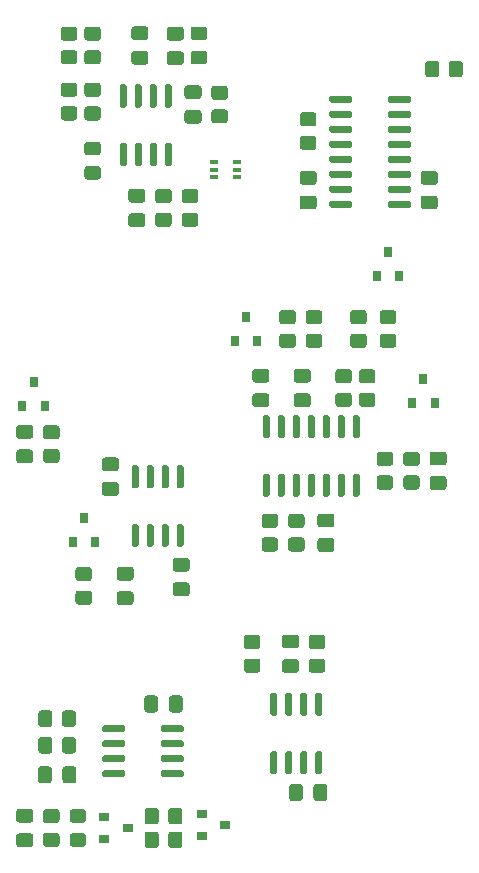
<source format=gbr>
%TF.GenerationSoftware,KiCad,Pcbnew,5.1.8*%
%TF.CreationDate,2020-12-05T20:58:01+00:00*%
%TF.ProjectId,oscillator_prototype,6f736369-6c6c-4617-946f-725f70726f74,rev?*%
%TF.SameCoordinates,Original*%
%TF.FileFunction,Paste,Top*%
%TF.FilePolarity,Positive*%
%FSLAX46Y46*%
G04 Gerber Fmt 4.6, Leading zero omitted, Abs format (unit mm)*
G04 Created by KiCad (PCBNEW 5.1.8) date 2020-12-05 20:58:01*
%MOMM*%
%LPD*%
G01*
G04 APERTURE LIST*
%ADD10R,0.800000X0.900000*%
%ADD11R,0.650000X0.400000*%
%ADD12R,0.900000X0.800000*%
G04 APERTURE END LIST*
%TO.C,C12*%
G36*
G01*
X122275000Y-89875000D02*
X123225000Y-89875000D01*
G75*
G02*
X123475000Y-90125000I0J-250000D01*
G01*
X123475000Y-90800000D01*
G75*
G02*
X123225000Y-91050000I-250000J0D01*
G01*
X122275000Y-91050000D01*
G75*
G02*
X122025000Y-90800000I0J250000D01*
G01*
X122025000Y-90125000D01*
G75*
G02*
X122275000Y-89875000I250000J0D01*
G01*
G37*
G36*
G01*
X122275000Y-91950000D02*
X123225000Y-91950000D01*
G75*
G02*
X123475000Y-92200000I0J-250000D01*
G01*
X123475000Y-92875000D01*
G75*
G02*
X123225000Y-93125000I-250000J0D01*
G01*
X122275000Y-93125000D01*
G75*
G02*
X122025000Y-92875000I0J250000D01*
G01*
X122025000Y-92200000D01*
G75*
G02*
X122275000Y-91950000I250000J0D01*
G01*
G37*
%TD*%
%TO.C,R28*%
G36*
G01*
X130450001Y-87850000D02*
X129549999Y-87850000D01*
G75*
G02*
X129300000Y-87600001I0J249999D01*
G01*
X129300000Y-86899999D01*
G75*
G02*
X129549999Y-86650000I249999J0D01*
G01*
X130450001Y-86650000D01*
G75*
G02*
X130700000Y-86899999I0J-249999D01*
G01*
X130700000Y-87600001D01*
G75*
G02*
X130450001Y-87850000I-249999J0D01*
G01*
G37*
G36*
G01*
X130450001Y-85850000D02*
X129549999Y-85850000D01*
G75*
G02*
X129300000Y-85600001I0J249999D01*
G01*
X129300000Y-84899999D01*
G75*
G02*
X129549999Y-84650000I249999J0D01*
G01*
X130450001Y-84650000D01*
G75*
G02*
X130700000Y-84899999I0J-249999D01*
G01*
X130700000Y-85600001D01*
G75*
G02*
X130450001Y-85850000I-249999J0D01*
G01*
G37*
%TD*%
%TO.C,R32*%
G36*
G01*
X101799999Y-94400000D02*
X102700001Y-94400000D01*
G75*
G02*
X102950000Y-94649999I0J-249999D01*
G01*
X102950000Y-95350001D01*
G75*
G02*
X102700001Y-95600000I-249999J0D01*
G01*
X101799999Y-95600000D01*
G75*
G02*
X101550000Y-95350001I0J249999D01*
G01*
X101550000Y-94649999D01*
G75*
G02*
X101799999Y-94400000I249999J0D01*
G01*
G37*
G36*
G01*
X101799999Y-96400000D02*
X102700001Y-96400000D01*
G75*
G02*
X102950000Y-96649999I0J-249999D01*
G01*
X102950000Y-97350001D01*
G75*
G02*
X102700001Y-97600000I-249999J0D01*
G01*
X101799999Y-97600000D01*
G75*
G02*
X101550000Y-97350001I0J249999D01*
G01*
X101550000Y-96649999D01*
G75*
G02*
X101799999Y-96400000I249999J0D01*
G01*
G37*
%TD*%
D10*
%TO.C,U5*%
X98000000Y-78750000D03*
X98950000Y-80750000D03*
X97050000Y-80750000D03*
%TD*%
%TO.C,U6*%
G36*
G01*
X118495000Y-111950000D02*
X118195000Y-111950000D01*
G75*
G02*
X118045000Y-111800000I0J150000D01*
G01*
X118045000Y-110150000D01*
G75*
G02*
X118195000Y-110000000I150000J0D01*
G01*
X118495000Y-110000000D01*
G75*
G02*
X118645000Y-110150000I0J-150000D01*
G01*
X118645000Y-111800000D01*
G75*
G02*
X118495000Y-111950000I-150000J0D01*
G01*
G37*
G36*
G01*
X119765000Y-111950000D02*
X119465000Y-111950000D01*
G75*
G02*
X119315000Y-111800000I0J150000D01*
G01*
X119315000Y-110150000D01*
G75*
G02*
X119465000Y-110000000I150000J0D01*
G01*
X119765000Y-110000000D01*
G75*
G02*
X119915000Y-110150000I0J-150000D01*
G01*
X119915000Y-111800000D01*
G75*
G02*
X119765000Y-111950000I-150000J0D01*
G01*
G37*
G36*
G01*
X121035000Y-111950000D02*
X120735000Y-111950000D01*
G75*
G02*
X120585000Y-111800000I0J150000D01*
G01*
X120585000Y-110150000D01*
G75*
G02*
X120735000Y-110000000I150000J0D01*
G01*
X121035000Y-110000000D01*
G75*
G02*
X121185000Y-110150000I0J-150000D01*
G01*
X121185000Y-111800000D01*
G75*
G02*
X121035000Y-111950000I-150000J0D01*
G01*
G37*
G36*
G01*
X122305000Y-111950000D02*
X122005000Y-111950000D01*
G75*
G02*
X121855000Y-111800000I0J150000D01*
G01*
X121855000Y-110150000D01*
G75*
G02*
X122005000Y-110000000I150000J0D01*
G01*
X122305000Y-110000000D01*
G75*
G02*
X122455000Y-110150000I0J-150000D01*
G01*
X122455000Y-111800000D01*
G75*
G02*
X122305000Y-111950000I-150000J0D01*
G01*
G37*
G36*
G01*
X122305000Y-107000000D02*
X122005000Y-107000000D01*
G75*
G02*
X121855000Y-106850000I0J150000D01*
G01*
X121855000Y-105200000D01*
G75*
G02*
X122005000Y-105050000I150000J0D01*
G01*
X122305000Y-105050000D01*
G75*
G02*
X122455000Y-105200000I0J-150000D01*
G01*
X122455000Y-106850000D01*
G75*
G02*
X122305000Y-107000000I-150000J0D01*
G01*
G37*
G36*
G01*
X121035000Y-107000000D02*
X120735000Y-107000000D01*
G75*
G02*
X120585000Y-106850000I0J150000D01*
G01*
X120585000Y-105200000D01*
G75*
G02*
X120735000Y-105050000I150000J0D01*
G01*
X121035000Y-105050000D01*
G75*
G02*
X121185000Y-105200000I0J-150000D01*
G01*
X121185000Y-106850000D01*
G75*
G02*
X121035000Y-107000000I-150000J0D01*
G01*
G37*
G36*
G01*
X119765000Y-107000000D02*
X119465000Y-107000000D01*
G75*
G02*
X119315000Y-106850000I0J150000D01*
G01*
X119315000Y-105200000D01*
G75*
G02*
X119465000Y-105050000I150000J0D01*
G01*
X119765000Y-105050000D01*
G75*
G02*
X119915000Y-105200000I0J-150000D01*
G01*
X119915000Y-106850000D01*
G75*
G02*
X119765000Y-107000000I-150000J0D01*
G01*
G37*
G36*
G01*
X118495000Y-107000000D02*
X118195000Y-107000000D01*
G75*
G02*
X118045000Y-106850000I0J150000D01*
G01*
X118045000Y-105200000D01*
G75*
G02*
X118195000Y-105050000I150000J0D01*
G01*
X118495000Y-105050000D01*
G75*
G02*
X118645000Y-105200000I0J-150000D01*
G01*
X118645000Y-106850000D01*
G75*
G02*
X118495000Y-107000000I-150000J0D01*
G01*
G37*
%TD*%
%TO.C,C17*%
G36*
G01*
X106225000Y-95550000D02*
X105275000Y-95550000D01*
G75*
G02*
X105025000Y-95300000I0J250000D01*
G01*
X105025000Y-94625000D01*
G75*
G02*
X105275000Y-94375000I250000J0D01*
G01*
X106225000Y-94375000D01*
G75*
G02*
X106475000Y-94625000I0J-250000D01*
G01*
X106475000Y-95300000D01*
G75*
G02*
X106225000Y-95550000I-250000J0D01*
G01*
G37*
G36*
G01*
X106225000Y-97625000D02*
X105275000Y-97625000D01*
G75*
G02*
X105025000Y-97375000I0J250000D01*
G01*
X105025000Y-96700000D01*
G75*
G02*
X105275000Y-96450000I250000J0D01*
G01*
X106225000Y-96450000D01*
G75*
G02*
X106475000Y-96700000I0J-250000D01*
G01*
X106475000Y-97375000D01*
G75*
G02*
X106225000Y-97625000I-250000J0D01*
G01*
G37*
%TD*%
%TO.C,R17*%
G36*
G01*
X99049999Y-84400000D02*
X99950001Y-84400000D01*
G75*
G02*
X100200000Y-84649999I0J-249999D01*
G01*
X100200000Y-85350001D01*
G75*
G02*
X99950001Y-85600000I-249999J0D01*
G01*
X99049999Y-85600000D01*
G75*
G02*
X98800000Y-85350001I0J249999D01*
G01*
X98800000Y-84649999D01*
G75*
G02*
X99049999Y-84400000I249999J0D01*
G01*
G37*
G36*
G01*
X99049999Y-82400000D02*
X99950001Y-82400000D01*
G75*
G02*
X100200000Y-82649999I0J-249999D01*
G01*
X100200000Y-83350001D01*
G75*
G02*
X99950001Y-83600000I-249999J0D01*
G01*
X99049999Y-83600000D01*
G75*
G02*
X98800000Y-83350001I0J249999D01*
G01*
X98800000Y-82649999D01*
G75*
G02*
X99049999Y-82400000I249999J0D01*
G01*
G37*
%TD*%
%TO.C,R6*%
G36*
G01*
X103450001Y-49850000D02*
X102549999Y-49850000D01*
G75*
G02*
X102300000Y-49600001I0J249999D01*
G01*
X102300000Y-48899999D01*
G75*
G02*
X102549999Y-48650000I249999J0D01*
G01*
X103450001Y-48650000D01*
G75*
G02*
X103700000Y-48899999I0J-249999D01*
G01*
X103700000Y-49600001D01*
G75*
G02*
X103450001Y-49850000I-249999J0D01*
G01*
G37*
G36*
G01*
X103450001Y-51850000D02*
X102549999Y-51850000D01*
G75*
G02*
X102300000Y-51600001I0J249999D01*
G01*
X102300000Y-50899999D01*
G75*
G02*
X102549999Y-50650000I249999J0D01*
G01*
X103450001Y-50650000D01*
G75*
G02*
X103700000Y-50899999I0J-249999D01*
G01*
X103700000Y-51600001D01*
G75*
G02*
X103450001Y-51850000I-249999J0D01*
G01*
G37*
%TD*%
%TO.C,U10*%
X130050000Y-80500000D03*
X131950000Y-80500000D03*
X131000000Y-78500000D03*
%TD*%
%TO.C,U11*%
X101300000Y-92250000D03*
X103200000Y-92250000D03*
X102250000Y-90250000D03*
%TD*%
%TO.C,C16*%
G36*
G01*
X132725000Y-87875000D02*
X131775000Y-87875000D01*
G75*
G02*
X131525000Y-87625000I0J250000D01*
G01*
X131525000Y-86950000D01*
G75*
G02*
X131775000Y-86700000I250000J0D01*
G01*
X132725000Y-86700000D01*
G75*
G02*
X132975000Y-86950000I0J-250000D01*
G01*
X132975000Y-87625000D01*
G75*
G02*
X132725000Y-87875000I-250000J0D01*
G01*
G37*
G36*
G01*
X132725000Y-85800000D02*
X131775000Y-85800000D01*
G75*
G02*
X131525000Y-85550000I0J250000D01*
G01*
X131525000Y-84875000D01*
G75*
G02*
X131775000Y-84625000I250000J0D01*
G01*
X132725000Y-84625000D01*
G75*
G02*
X132975000Y-84875000I0J-250000D01*
G01*
X132975000Y-85550000D01*
G75*
G02*
X132725000Y-85800000I-250000J0D01*
G01*
G37*
%TD*%
%TO.C,R2*%
G36*
G01*
X125799999Y-79650000D02*
X126700001Y-79650000D01*
G75*
G02*
X126950000Y-79899999I0J-249999D01*
G01*
X126950000Y-80600001D01*
G75*
G02*
X126700001Y-80850000I-249999J0D01*
G01*
X125799999Y-80850000D01*
G75*
G02*
X125550000Y-80600001I0J249999D01*
G01*
X125550000Y-79899999D01*
G75*
G02*
X125799999Y-79650000I249999J0D01*
G01*
G37*
G36*
G01*
X125799999Y-77650000D02*
X126700001Y-77650000D01*
G75*
G02*
X126950000Y-77899999I0J-249999D01*
G01*
X126950000Y-78600001D01*
G75*
G02*
X126700001Y-78850000I-249999J0D01*
G01*
X125799999Y-78850000D01*
G75*
G02*
X125550000Y-78600001I0J249999D01*
G01*
X125550000Y-77899999D01*
G75*
G02*
X125799999Y-77650000I249999J0D01*
G01*
G37*
%TD*%
%TO.C,C7*%
G36*
G01*
X96775000Y-84450000D02*
X97725000Y-84450000D01*
G75*
G02*
X97975000Y-84700000I0J-250000D01*
G01*
X97975000Y-85375000D01*
G75*
G02*
X97725000Y-85625000I-250000J0D01*
G01*
X96775000Y-85625000D01*
G75*
G02*
X96525000Y-85375000I0J250000D01*
G01*
X96525000Y-84700000D01*
G75*
G02*
X96775000Y-84450000I250000J0D01*
G01*
G37*
G36*
G01*
X96775000Y-82375000D02*
X97725000Y-82375000D01*
G75*
G02*
X97975000Y-82625000I0J-250000D01*
G01*
X97975000Y-83300000D01*
G75*
G02*
X97725000Y-83550000I-250000J0D01*
G01*
X96775000Y-83550000D01*
G75*
G02*
X96525000Y-83300000I0J250000D01*
G01*
X96525000Y-82625000D01*
G75*
G02*
X96775000Y-82375000I250000J0D01*
G01*
G37*
%TD*%
%TO.C,C19*%
G36*
G01*
X100450000Y-112475000D02*
X100450000Y-111525000D01*
G75*
G02*
X100700000Y-111275000I250000J0D01*
G01*
X101375000Y-111275000D01*
G75*
G02*
X101625000Y-111525000I0J-250000D01*
G01*
X101625000Y-112475000D01*
G75*
G02*
X101375000Y-112725000I-250000J0D01*
G01*
X100700000Y-112725000D01*
G75*
G02*
X100450000Y-112475000I0J250000D01*
G01*
G37*
G36*
G01*
X98375000Y-112475000D02*
X98375000Y-111525000D01*
G75*
G02*
X98625000Y-111275000I250000J0D01*
G01*
X99300000Y-111275000D01*
G75*
G02*
X99550000Y-111525000I0J-250000D01*
G01*
X99550000Y-112475000D01*
G75*
G02*
X99300000Y-112725000I-250000J0D01*
G01*
X98625000Y-112725000D01*
G75*
G02*
X98375000Y-112475000I0J250000D01*
G01*
G37*
%TD*%
%TO.C,C1*%
G36*
G01*
X106525000Y-48625000D02*
X107475000Y-48625000D01*
G75*
G02*
X107725000Y-48875000I0J-250000D01*
G01*
X107725000Y-49550000D01*
G75*
G02*
X107475000Y-49800000I-250000J0D01*
G01*
X106525000Y-49800000D01*
G75*
G02*
X106275000Y-49550000I0J250000D01*
G01*
X106275000Y-48875000D01*
G75*
G02*
X106525000Y-48625000I250000J0D01*
G01*
G37*
G36*
G01*
X106525000Y-50700000D02*
X107475000Y-50700000D01*
G75*
G02*
X107725000Y-50950000I0J-250000D01*
G01*
X107725000Y-51625000D01*
G75*
G02*
X107475000Y-51875000I-250000J0D01*
G01*
X106525000Y-51875000D01*
G75*
G02*
X106275000Y-51625000I0J250000D01*
G01*
X106275000Y-50950000D01*
G75*
G02*
X106525000Y-50700000I250000J0D01*
G01*
G37*
%TD*%
%TO.C,U1*%
G36*
G01*
X105745000Y-60450000D02*
X105445000Y-60450000D01*
G75*
G02*
X105295000Y-60300000I0J150000D01*
G01*
X105295000Y-58650000D01*
G75*
G02*
X105445000Y-58500000I150000J0D01*
G01*
X105745000Y-58500000D01*
G75*
G02*
X105895000Y-58650000I0J-150000D01*
G01*
X105895000Y-60300000D01*
G75*
G02*
X105745000Y-60450000I-150000J0D01*
G01*
G37*
G36*
G01*
X107015000Y-60450000D02*
X106715000Y-60450000D01*
G75*
G02*
X106565000Y-60300000I0J150000D01*
G01*
X106565000Y-58650000D01*
G75*
G02*
X106715000Y-58500000I150000J0D01*
G01*
X107015000Y-58500000D01*
G75*
G02*
X107165000Y-58650000I0J-150000D01*
G01*
X107165000Y-60300000D01*
G75*
G02*
X107015000Y-60450000I-150000J0D01*
G01*
G37*
G36*
G01*
X108285000Y-60450000D02*
X107985000Y-60450000D01*
G75*
G02*
X107835000Y-60300000I0J150000D01*
G01*
X107835000Y-58650000D01*
G75*
G02*
X107985000Y-58500000I150000J0D01*
G01*
X108285000Y-58500000D01*
G75*
G02*
X108435000Y-58650000I0J-150000D01*
G01*
X108435000Y-60300000D01*
G75*
G02*
X108285000Y-60450000I-150000J0D01*
G01*
G37*
G36*
G01*
X109555000Y-60450000D02*
X109255000Y-60450000D01*
G75*
G02*
X109105000Y-60300000I0J150000D01*
G01*
X109105000Y-58650000D01*
G75*
G02*
X109255000Y-58500000I150000J0D01*
G01*
X109555000Y-58500000D01*
G75*
G02*
X109705000Y-58650000I0J-150000D01*
G01*
X109705000Y-60300000D01*
G75*
G02*
X109555000Y-60450000I-150000J0D01*
G01*
G37*
G36*
G01*
X109555000Y-55500000D02*
X109255000Y-55500000D01*
G75*
G02*
X109105000Y-55350000I0J150000D01*
G01*
X109105000Y-53700000D01*
G75*
G02*
X109255000Y-53550000I150000J0D01*
G01*
X109555000Y-53550000D01*
G75*
G02*
X109705000Y-53700000I0J-150000D01*
G01*
X109705000Y-55350000D01*
G75*
G02*
X109555000Y-55500000I-150000J0D01*
G01*
G37*
G36*
G01*
X108285000Y-55500000D02*
X107985000Y-55500000D01*
G75*
G02*
X107835000Y-55350000I0J150000D01*
G01*
X107835000Y-53700000D01*
G75*
G02*
X107985000Y-53550000I150000J0D01*
G01*
X108285000Y-53550000D01*
G75*
G02*
X108435000Y-53700000I0J-150000D01*
G01*
X108435000Y-55350000D01*
G75*
G02*
X108285000Y-55500000I-150000J0D01*
G01*
G37*
G36*
G01*
X107015000Y-55500000D02*
X106715000Y-55500000D01*
G75*
G02*
X106565000Y-55350000I0J150000D01*
G01*
X106565000Y-53700000D01*
G75*
G02*
X106715000Y-53550000I150000J0D01*
G01*
X107015000Y-53550000D01*
G75*
G02*
X107165000Y-53700000I0J-150000D01*
G01*
X107165000Y-55350000D01*
G75*
G02*
X107015000Y-55500000I-150000J0D01*
G01*
G37*
G36*
G01*
X105745000Y-55500000D02*
X105445000Y-55500000D01*
G75*
G02*
X105295000Y-55350000I0J150000D01*
G01*
X105295000Y-53700000D01*
G75*
G02*
X105445000Y-53550000I150000J0D01*
G01*
X105745000Y-53550000D01*
G75*
G02*
X105895000Y-53700000I0J-150000D01*
G01*
X105895000Y-55350000D01*
G75*
G02*
X105745000Y-55500000I-150000J0D01*
G01*
G37*
%TD*%
%TO.C,C6*%
G36*
G01*
X110475000Y-49837500D02*
X109525000Y-49837500D01*
G75*
G02*
X109275000Y-49587500I0J250000D01*
G01*
X109275000Y-48912500D01*
G75*
G02*
X109525000Y-48662500I250000J0D01*
G01*
X110475000Y-48662500D01*
G75*
G02*
X110725000Y-48912500I0J-250000D01*
G01*
X110725000Y-49587500D01*
G75*
G02*
X110475000Y-49837500I-250000J0D01*
G01*
G37*
G36*
G01*
X110475000Y-51912500D02*
X109525000Y-51912500D01*
G75*
G02*
X109275000Y-51662500I0J250000D01*
G01*
X109275000Y-50987500D01*
G75*
G02*
X109525000Y-50737500I250000J0D01*
G01*
X110475000Y-50737500D01*
G75*
G02*
X110725000Y-50987500I0J-250000D01*
G01*
X110725000Y-51662500D01*
G75*
G02*
X110475000Y-51912500I-250000J0D01*
G01*
G37*
%TD*%
%TO.C,C15*%
G36*
G01*
X107225000Y-65625000D02*
X106275000Y-65625000D01*
G75*
G02*
X106025000Y-65375000I0J250000D01*
G01*
X106025000Y-64700000D01*
G75*
G02*
X106275000Y-64450000I250000J0D01*
G01*
X107225000Y-64450000D01*
G75*
G02*
X107475000Y-64700000I0J-250000D01*
G01*
X107475000Y-65375000D01*
G75*
G02*
X107225000Y-65625000I-250000J0D01*
G01*
G37*
G36*
G01*
X107225000Y-63550000D02*
X106275000Y-63550000D01*
G75*
G02*
X106025000Y-63300000I0J250000D01*
G01*
X106025000Y-62625000D01*
G75*
G02*
X106275000Y-62375000I250000J0D01*
G01*
X107225000Y-62375000D01*
G75*
G02*
X107475000Y-62625000I0J-250000D01*
G01*
X107475000Y-63300000D01*
G75*
G02*
X107225000Y-63550000I-250000J0D01*
G01*
G37*
%TD*%
%TO.C,R29*%
G36*
G01*
X103450001Y-54600000D02*
X102549999Y-54600000D01*
G75*
G02*
X102300000Y-54350001I0J249999D01*
G01*
X102300000Y-53649999D01*
G75*
G02*
X102549999Y-53400000I249999J0D01*
G01*
X103450001Y-53400000D01*
G75*
G02*
X103700000Y-53649999I0J-249999D01*
G01*
X103700000Y-54350001D01*
G75*
G02*
X103450001Y-54600000I-249999J0D01*
G01*
G37*
G36*
G01*
X103450001Y-56600000D02*
X102549999Y-56600000D01*
G75*
G02*
X102300000Y-56350001I0J249999D01*
G01*
X102300000Y-55649999D01*
G75*
G02*
X102549999Y-55400000I249999J0D01*
G01*
X103450001Y-55400000D01*
G75*
G02*
X103700000Y-55649999I0J-249999D01*
G01*
X103700000Y-56350001D01*
G75*
G02*
X103450001Y-56600000I-249999J0D01*
G01*
G37*
%TD*%
%TO.C,R25*%
G36*
G01*
X99950001Y-116100000D02*
X99049999Y-116100000D01*
G75*
G02*
X98800000Y-115850001I0J249999D01*
G01*
X98800000Y-115149999D01*
G75*
G02*
X99049999Y-114900000I249999J0D01*
G01*
X99950001Y-114900000D01*
G75*
G02*
X100200000Y-115149999I0J-249999D01*
G01*
X100200000Y-115850001D01*
G75*
G02*
X99950001Y-116100000I-249999J0D01*
G01*
G37*
G36*
G01*
X99950001Y-118100000D02*
X99049999Y-118100000D01*
G75*
G02*
X98800000Y-117850001I0J249999D01*
G01*
X98800000Y-117149999D01*
G75*
G02*
X99049999Y-116900000I249999J0D01*
G01*
X99950001Y-116900000D01*
G75*
G02*
X100200000Y-117149999I0J-249999D01*
G01*
X100200000Y-117850001D01*
G75*
G02*
X99950001Y-118100000I-249999J0D01*
G01*
G37*
%TD*%
%TO.C,R3*%
G36*
G01*
X101450001Y-49850000D02*
X100549999Y-49850000D01*
G75*
G02*
X100300000Y-49600001I0J249999D01*
G01*
X100300000Y-48899999D01*
G75*
G02*
X100549999Y-48650000I249999J0D01*
G01*
X101450001Y-48650000D01*
G75*
G02*
X101700000Y-48899999I0J-249999D01*
G01*
X101700000Y-49600001D01*
G75*
G02*
X101450001Y-49850000I-249999J0D01*
G01*
G37*
G36*
G01*
X101450001Y-51850000D02*
X100549999Y-51850000D01*
G75*
G02*
X100300000Y-51600001I0J249999D01*
G01*
X100300000Y-50899999D01*
G75*
G02*
X100549999Y-50650000I249999J0D01*
G01*
X101450001Y-50650000D01*
G75*
G02*
X101700000Y-50899999I0J-249999D01*
G01*
X101700000Y-51600001D01*
G75*
G02*
X101450001Y-51850000I-249999J0D01*
G01*
G37*
%TD*%
%TO.C,R7*%
G36*
G01*
X125950001Y-73850000D02*
X125049999Y-73850000D01*
G75*
G02*
X124800000Y-73600001I0J249999D01*
G01*
X124800000Y-72899999D01*
G75*
G02*
X125049999Y-72650000I249999J0D01*
G01*
X125950001Y-72650000D01*
G75*
G02*
X126200000Y-72899999I0J-249999D01*
G01*
X126200000Y-73600001D01*
G75*
G02*
X125950001Y-73850000I-249999J0D01*
G01*
G37*
G36*
G01*
X125950001Y-75850000D02*
X125049999Y-75850000D01*
G75*
G02*
X124800000Y-75600001I0J249999D01*
G01*
X124800000Y-74899999D01*
G75*
G02*
X125049999Y-74650000I249999J0D01*
G01*
X125950001Y-74650000D01*
G75*
G02*
X126200000Y-74899999I0J-249999D01*
G01*
X126200000Y-75600001D01*
G75*
G02*
X125950001Y-75850000I-249999J0D01*
G01*
G37*
%TD*%
%TO.C,D3*%
G36*
G01*
X103450001Y-61600000D02*
X102549999Y-61600000D01*
G75*
G02*
X102300000Y-61350001I0J249999D01*
G01*
X102300000Y-60699999D01*
G75*
G02*
X102549999Y-60450000I249999J0D01*
G01*
X103450001Y-60450000D01*
G75*
G02*
X103700000Y-60699999I0J-249999D01*
G01*
X103700000Y-61350001D01*
G75*
G02*
X103450001Y-61600000I-249999J0D01*
G01*
G37*
G36*
G01*
X103450001Y-59550000D02*
X102549999Y-59550000D01*
G75*
G02*
X102300000Y-59300001I0J249999D01*
G01*
X102300000Y-58649999D01*
G75*
G02*
X102549999Y-58400000I249999J0D01*
G01*
X103450001Y-58400000D01*
G75*
G02*
X103700000Y-58649999I0J-249999D01*
G01*
X103700000Y-59300001D01*
G75*
G02*
X103450001Y-59550000I-249999J0D01*
G01*
G37*
%TD*%
%TO.C,R16*%
G36*
G01*
X119799999Y-89900000D02*
X120700001Y-89900000D01*
G75*
G02*
X120950000Y-90149999I0J-249999D01*
G01*
X120950000Y-90850001D01*
G75*
G02*
X120700001Y-91100000I-249999J0D01*
G01*
X119799999Y-91100000D01*
G75*
G02*
X119550000Y-90850001I0J249999D01*
G01*
X119550000Y-90149999D01*
G75*
G02*
X119799999Y-89900000I249999J0D01*
G01*
G37*
G36*
G01*
X119799999Y-91900000D02*
X120700001Y-91900000D01*
G75*
G02*
X120950000Y-92149999I0J-249999D01*
G01*
X120950000Y-92850001D01*
G75*
G02*
X120700001Y-93100000I-249999J0D01*
G01*
X119799999Y-93100000D01*
G75*
G02*
X119550000Y-92850001I0J249999D01*
G01*
X119550000Y-92149999D01*
G75*
G02*
X119799999Y-91900000I249999J0D01*
G01*
G37*
%TD*%
%TO.C,C20*%
G36*
G01*
X119275000Y-102200000D02*
X120225000Y-102200000D01*
G75*
G02*
X120475000Y-102450000I0J-250000D01*
G01*
X120475000Y-103125000D01*
G75*
G02*
X120225000Y-103375000I-250000J0D01*
G01*
X119275000Y-103375000D01*
G75*
G02*
X119025000Y-103125000I0J250000D01*
G01*
X119025000Y-102450000D01*
G75*
G02*
X119275000Y-102200000I250000J0D01*
G01*
G37*
G36*
G01*
X119275000Y-100125000D02*
X120225000Y-100125000D01*
G75*
G02*
X120475000Y-100375000I0J-250000D01*
G01*
X120475000Y-101050000D01*
G75*
G02*
X120225000Y-101300000I-250000J0D01*
G01*
X119275000Y-101300000D01*
G75*
G02*
X119025000Y-101050000I0J250000D01*
G01*
X119025000Y-100375000D01*
G75*
G02*
X119275000Y-100125000I250000J0D01*
G01*
G37*
%TD*%
%TO.C,C21*%
G36*
G01*
X121725000Y-62050000D02*
X120775000Y-62050000D01*
G75*
G02*
X120525000Y-61800000I0J250000D01*
G01*
X120525000Y-61125000D01*
G75*
G02*
X120775000Y-60875000I250000J0D01*
G01*
X121725000Y-60875000D01*
G75*
G02*
X121975000Y-61125000I0J-250000D01*
G01*
X121975000Y-61800000D01*
G75*
G02*
X121725000Y-62050000I-250000J0D01*
G01*
G37*
G36*
G01*
X121725000Y-64125000D02*
X120775000Y-64125000D01*
G75*
G02*
X120525000Y-63875000I0J250000D01*
G01*
X120525000Y-63200000D01*
G75*
G02*
X120775000Y-62950000I250000J0D01*
G01*
X121725000Y-62950000D01*
G75*
G02*
X121975000Y-63200000I0J-250000D01*
G01*
X121975000Y-63875000D01*
G75*
G02*
X121725000Y-64125000I-250000J0D01*
G01*
G37*
%TD*%
%TO.C,R5*%
G36*
G01*
X127299999Y-86650000D02*
X128200001Y-86650000D01*
G75*
G02*
X128450000Y-86899999I0J-249999D01*
G01*
X128450000Y-87600001D01*
G75*
G02*
X128200001Y-87850000I-249999J0D01*
G01*
X127299999Y-87850000D01*
G75*
G02*
X127050000Y-87600001I0J249999D01*
G01*
X127050000Y-86899999D01*
G75*
G02*
X127299999Y-86650000I249999J0D01*
G01*
G37*
G36*
G01*
X127299999Y-84650000D02*
X128200001Y-84650000D01*
G75*
G02*
X128450000Y-84899999I0J-249999D01*
G01*
X128450000Y-85600001D01*
G75*
G02*
X128200001Y-85850000I-249999J0D01*
G01*
X127299999Y-85850000D01*
G75*
G02*
X127050000Y-85600001I0J249999D01*
G01*
X127050000Y-84899999D01*
G75*
G02*
X127299999Y-84650000I249999J0D01*
G01*
G37*
%TD*%
%TO.C,R9*%
G36*
G01*
X127549999Y-72650000D02*
X128450001Y-72650000D01*
G75*
G02*
X128700000Y-72899999I0J-249999D01*
G01*
X128700000Y-73600001D01*
G75*
G02*
X128450001Y-73850000I-249999J0D01*
G01*
X127549999Y-73850000D01*
G75*
G02*
X127300000Y-73600001I0J249999D01*
G01*
X127300000Y-72899999D01*
G75*
G02*
X127549999Y-72650000I249999J0D01*
G01*
G37*
G36*
G01*
X127549999Y-74650000D02*
X128450001Y-74650000D01*
G75*
G02*
X128700000Y-74899999I0J-249999D01*
G01*
X128700000Y-75600001D01*
G75*
G02*
X128450001Y-75850000I-249999J0D01*
G01*
X127549999Y-75850000D01*
G75*
G02*
X127300000Y-75600001I0J249999D01*
G01*
X127300000Y-74899999D01*
G75*
G02*
X127549999Y-74650000I249999J0D01*
G01*
G37*
%TD*%
%TO.C,C22*%
G36*
G01*
X120275000Y-79700000D02*
X121225000Y-79700000D01*
G75*
G02*
X121475000Y-79950000I0J-250000D01*
G01*
X121475000Y-80625000D01*
G75*
G02*
X121225000Y-80875000I-250000J0D01*
G01*
X120275000Y-80875000D01*
G75*
G02*
X120025000Y-80625000I0J250000D01*
G01*
X120025000Y-79950000D01*
G75*
G02*
X120275000Y-79700000I250000J0D01*
G01*
G37*
G36*
G01*
X120275000Y-77625000D02*
X121225000Y-77625000D01*
G75*
G02*
X121475000Y-77875000I0J-250000D01*
G01*
X121475000Y-78550000D01*
G75*
G02*
X121225000Y-78800000I-250000J0D01*
G01*
X120275000Y-78800000D01*
G75*
G02*
X120025000Y-78550000I0J250000D01*
G01*
X120025000Y-77875000D01*
G75*
G02*
X120275000Y-77625000I250000J0D01*
G01*
G37*
%TD*%
%TO.C,U2*%
G36*
G01*
X117840000Y-88450000D02*
X117540000Y-88450000D01*
G75*
G02*
X117390000Y-88300000I0J150000D01*
G01*
X117390000Y-86650000D01*
G75*
G02*
X117540000Y-86500000I150000J0D01*
G01*
X117840000Y-86500000D01*
G75*
G02*
X117990000Y-86650000I0J-150000D01*
G01*
X117990000Y-88300000D01*
G75*
G02*
X117840000Y-88450000I-150000J0D01*
G01*
G37*
G36*
G01*
X119110000Y-88450000D02*
X118810000Y-88450000D01*
G75*
G02*
X118660000Y-88300000I0J150000D01*
G01*
X118660000Y-86650000D01*
G75*
G02*
X118810000Y-86500000I150000J0D01*
G01*
X119110000Y-86500000D01*
G75*
G02*
X119260000Y-86650000I0J-150000D01*
G01*
X119260000Y-88300000D01*
G75*
G02*
X119110000Y-88450000I-150000J0D01*
G01*
G37*
G36*
G01*
X120380000Y-88450000D02*
X120080000Y-88450000D01*
G75*
G02*
X119930000Y-88300000I0J150000D01*
G01*
X119930000Y-86650000D01*
G75*
G02*
X120080000Y-86500000I150000J0D01*
G01*
X120380000Y-86500000D01*
G75*
G02*
X120530000Y-86650000I0J-150000D01*
G01*
X120530000Y-88300000D01*
G75*
G02*
X120380000Y-88450000I-150000J0D01*
G01*
G37*
G36*
G01*
X121650000Y-88450000D02*
X121350000Y-88450000D01*
G75*
G02*
X121200000Y-88300000I0J150000D01*
G01*
X121200000Y-86650000D01*
G75*
G02*
X121350000Y-86500000I150000J0D01*
G01*
X121650000Y-86500000D01*
G75*
G02*
X121800000Y-86650000I0J-150000D01*
G01*
X121800000Y-88300000D01*
G75*
G02*
X121650000Y-88450000I-150000J0D01*
G01*
G37*
G36*
G01*
X122920000Y-88450000D02*
X122620000Y-88450000D01*
G75*
G02*
X122470000Y-88300000I0J150000D01*
G01*
X122470000Y-86650000D01*
G75*
G02*
X122620000Y-86500000I150000J0D01*
G01*
X122920000Y-86500000D01*
G75*
G02*
X123070000Y-86650000I0J-150000D01*
G01*
X123070000Y-88300000D01*
G75*
G02*
X122920000Y-88450000I-150000J0D01*
G01*
G37*
G36*
G01*
X124190000Y-88450000D02*
X123890000Y-88450000D01*
G75*
G02*
X123740000Y-88300000I0J150000D01*
G01*
X123740000Y-86650000D01*
G75*
G02*
X123890000Y-86500000I150000J0D01*
G01*
X124190000Y-86500000D01*
G75*
G02*
X124340000Y-86650000I0J-150000D01*
G01*
X124340000Y-88300000D01*
G75*
G02*
X124190000Y-88450000I-150000J0D01*
G01*
G37*
G36*
G01*
X125460000Y-88450000D02*
X125160000Y-88450000D01*
G75*
G02*
X125010000Y-88300000I0J150000D01*
G01*
X125010000Y-86650000D01*
G75*
G02*
X125160000Y-86500000I150000J0D01*
G01*
X125460000Y-86500000D01*
G75*
G02*
X125610000Y-86650000I0J-150000D01*
G01*
X125610000Y-88300000D01*
G75*
G02*
X125460000Y-88450000I-150000J0D01*
G01*
G37*
G36*
G01*
X125460000Y-83500000D02*
X125160000Y-83500000D01*
G75*
G02*
X125010000Y-83350000I0J150000D01*
G01*
X125010000Y-81700000D01*
G75*
G02*
X125160000Y-81550000I150000J0D01*
G01*
X125460000Y-81550000D01*
G75*
G02*
X125610000Y-81700000I0J-150000D01*
G01*
X125610000Y-83350000D01*
G75*
G02*
X125460000Y-83500000I-150000J0D01*
G01*
G37*
G36*
G01*
X124190000Y-83500000D02*
X123890000Y-83500000D01*
G75*
G02*
X123740000Y-83350000I0J150000D01*
G01*
X123740000Y-81700000D01*
G75*
G02*
X123890000Y-81550000I150000J0D01*
G01*
X124190000Y-81550000D01*
G75*
G02*
X124340000Y-81700000I0J-150000D01*
G01*
X124340000Y-83350000D01*
G75*
G02*
X124190000Y-83500000I-150000J0D01*
G01*
G37*
G36*
G01*
X122920000Y-83500000D02*
X122620000Y-83500000D01*
G75*
G02*
X122470000Y-83350000I0J150000D01*
G01*
X122470000Y-81700000D01*
G75*
G02*
X122620000Y-81550000I150000J0D01*
G01*
X122920000Y-81550000D01*
G75*
G02*
X123070000Y-81700000I0J-150000D01*
G01*
X123070000Y-83350000D01*
G75*
G02*
X122920000Y-83500000I-150000J0D01*
G01*
G37*
G36*
G01*
X121650000Y-83500000D02*
X121350000Y-83500000D01*
G75*
G02*
X121200000Y-83350000I0J150000D01*
G01*
X121200000Y-81700000D01*
G75*
G02*
X121350000Y-81550000I150000J0D01*
G01*
X121650000Y-81550000D01*
G75*
G02*
X121800000Y-81700000I0J-150000D01*
G01*
X121800000Y-83350000D01*
G75*
G02*
X121650000Y-83500000I-150000J0D01*
G01*
G37*
G36*
G01*
X120380000Y-83500000D02*
X120080000Y-83500000D01*
G75*
G02*
X119930000Y-83350000I0J150000D01*
G01*
X119930000Y-81700000D01*
G75*
G02*
X120080000Y-81550000I150000J0D01*
G01*
X120380000Y-81550000D01*
G75*
G02*
X120530000Y-81700000I0J-150000D01*
G01*
X120530000Y-83350000D01*
G75*
G02*
X120380000Y-83500000I-150000J0D01*
G01*
G37*
G36*
G01*
X119110000Y-83500000D02*
X118810000Y-83500000D01*
G75*
G02*
X118660000Y-83350000I0J150000D01*
G01*
X118660000Y-81700000D01*
G75*
G02*
X118810000Y-81550000I150000J0D01*
G01*
X119110000Y-81550000D01*
G75*
G02*
X119260000Y-81700000I0J-150000D01*
G01*
X119260000Y-83350000D01*
G75*
G02*
X119110000Y-83500000I-150000J0D01*
G01*
G37*
G36*
G01*
X117840000Y-83500000D02*
X117540000Y-83500000D01*
G75*
G02*
X117390000Y-83350000I0J150000D01*
G01*
X117390000Y-81700000D01*
G75*
G02*
X117540000Y-81550000I150000J0D01*
G01*
X117840000Y-81550000D01*
G75*
G02*
X117990000Y-81700000I0J-150000D01*
G01*
X117990000Y-83350000D01*
G75*
G02*
X117840000Y-83500000I-150000J0D01*
G01*
G37*
%TD*%
%TO.C,Q1*%
X116000000Y-73250000D03*
X116950000Y-75250000D03*
X115050000Y-75250000D03*
%TD*%
%TO.C,R20*%
G36*
G01*
X110799999Y-62400000D02*
X111700001Y-62400000D01*
G75*
G02*
X111950000Y-62649999I0J-249999D01*
G01*
X111950000Y-63350001D01*
G75*
G02*
X111700001Y-63600000I-249999J0D01*
G01*
X110799999Y-63600000D01*
G75*
G02*
X110550000Y-63350001I0J249999D01*
G01*
X110550000Y-62649999D01*
G75*
G02*
X110799999Y-62400000I249999J0D01*
G01*
G37*
G36*
G01*
X110799999Y-64400000D02*
X111700001Y-64400000D01*
G75*
G02*
X111950000Y-64649999I0J-249999D01*
G01*
X111950000Y-65350001D01*
G75*
G02*
X111700001Y-65600000I-249999J0D01*
G01*
X110799999Y-65600000D01*
G75*
G02*
X110550000Y-65350001I0J249999D01*
G01*
X110550000Y-64649999D01*
G75*
G02*
X110799999Y-64400000I249999J0D01*
G01*
G37*
%TD*%
%TO.C,R23*%
G36*
G01*
X122450001Y-103350000D02*
X121549999Y-103350000D01*
G75*
G02*
X121300000Y-103100001I0J249999D01*
G01*
X121300000Y-102399999D01*
G75*
G02*
X121549999Y-102150000I249999J0D01*
G01*
X122450001Y-102150000D01*
G75*
G02*
X122700000Y-102399999I0J-249999D01*
G01*
X122700000Y-103100001D01*
G75*
G02*
X122450001Y-103350000I-249999J0D01*
G01*
G37*
G36*
G01*
X122450001Y-101350000D02*
X121549999Y-101350000D01*
G75*
G02*
X121300000Y-101100001I0J249999D01*
G01*
X121300000Y-100399999D01*
G75*
G02*
X121549999Y-100150000I249999J0D01*
G01*
X122450001Y-100150000D01*
G75*
G02*
X122700000Y-100399999I0J-249999D01*
G01*
X122700000Y-101100001D01*
G75*
G02*
X122450001Y-101350000I-249999J0D01*
G01*
G37*
%TD*%
%TO.C,C3*%
G36*
G01*
X111025000Y-53625000D02*
X111975000Y-53625000D01*
G75*
G02*
X112225000Y-53875000I0J-250000D01*
G01*
X112225000Y-54550000D01*
G75*
G02*
X111975000Y-54800000I-250000J0D01*
G01*
X111025000Y-54800000D01*
G75*
G02*
X110775000Y-54550000I0J250000D01*
G01*
X110775000Y-53875000D01*
G75*
G02*
X111025000Y-53625000I250000J0D01*
G01*
G37*
G36*
G01*
X111025000Y-55700000D02*
X111975000Y-55700000D01*
G75*
G02*
X112225000Y-55950000I0J-250000D01*
G01*
X112225000Y-56625000D01*
G75*
G02*
X111975000Y-56875000I-250000J0D01*
G01*
X111025000Y-56875000D01*
G75*
G02*
X110775000Y-56625000I0J250000D01*
G01*
X110775000Y-55950000D01*
G75*
G02*
X111025000Y-55700000I250000J0D01*
G01*
G37*
%TD*%
%TO.C,R14*%
G36*
G01*
X100549999Y-53400000D02*
X101450001Y-53400000D01*
G75*
G02*
X101700000Y-53649999I0J-249999D01*
G01*
X101700000Y-54350001D01*
G75*
G02*
X101450001Y-54600000I-249999J0D01*
G01*
X100549999Y-54600000D01*
G75*
G02*
X100300000Y-54350001I0J249999D01*
G01*
X100300000Y-53649999D01*
G75*
G02*
X100549999Y-53400000I249999J0D01*
G01*
G37*
G36*
G01*
X100549999Y-55400000D02*
X101450001Y-55400000D01*
G75*
G02*
X101700000Y-55649999I0J-249999D01*
G01*
X101700000Y-56350001D01*
G75*
G02*
X101450001Y-56600000I-249999J0D01*
G01*
X100549999Y-56600000D01*
G75*
G02*
X100300000Y-56350001I0J249999D01*
G01*
X100300000Y-55649999D01*
G75*
G02*
X100549999Y-55400000I249999J0D01*
G01*
G37*
%TD*%
D11*
%TO.C,Q3*%
X113300000Y-60100000D03*
X113300000Y-61400000D03*
X115200000Y-60750000D03*
X113300000Y-60750000D03*
X115200000Y-61400000D03*
X115200000Y-60100000D03*
%TD*%
%TO.C,R13*%
G36*
G01*
X119950001Y-73850000D02*
X119049999Y-73850000D01*
G75*
G02*
X118800000Y-73600001I0J249999D01*
G01*
X118800000Y-72899999D01*
G75*
G02*
X119049999Y-72650000I249999J0D01*
G01*
X119950001Y-72650000D01*
G75*
G02*
X120200000Y-72899999I0J-249999D01*
G01*
X120200000Y-73600001D01*
G75*
G02*
X119950001Y-73850000I-249999J0D01*
G01*
G37*
G36*
G01*
X119950001Y-75850000D02*
X119049999Y-75850000D01*
G75*
G02*
X118800000Y-75600001I0J249999D01*
G01*
X118800000Y-74899999D01*
G75*
G02*
X119049999Y-74650000I249999J0D01*
G01*
X119950001Y-74650000D01*
G75*
G02*
X120200000Y-74899999I0J-249999D01*
G01*
X120200000Y-75600001D01*
G75*
G02*
X119950001Y-75850000I-249999J0D01*
G01*
G37*
%TD*%
%TO.C,C23*%
G36*
G01*
X110975000Y-94800000D02*
X110025000Y-94800000D01*
G75*
G02*
X109775000Y-94550000I0J250000D01*
G01*
X109775000Y-93875000D01*
G75*
G02*
X110025000Y-93625000I250000J0D01*
G01*
X110975000Y-93625000D01*
G75*
G02*
X111225000Y-93875000I0J-250000D01*
G01*
X111225000Y-94550000D01*
G75*
G02*
X110975000Y-94800000I-250000J0D01*
G01*
G37*
G36*
G01*
X110975000Y-96875000D02*
X110025000Y-96875000D01*
G75*
G02*
X109775000Y-96625000I0J250000D01*
G01*
X109775000Y-95950000D01*
G75*
G02*
X110025000Y-95700000I250000J0D01*
G01*
X110975000Y-95700000D01*
G75*
G02*
X111225000Y-95950000I0J-250000D01*
G01*
X111225000Y-96625000D01*
G75*
G02*
X110975000Y-96875000I-250000J0D01*
G01*
G37*
%TD*%
%TO.C,R26*%
G36*
G01*
X109400000Y-115950001D02*
X109400000Y-115049999D01*
G75*
G02*
X109649999Y-114800000I249999J0D01*
G01*
X110350001Y-114800000D01*
G75*
G02*
X110600000Y-115049999I0J-249999D01*
G01*
X110600000Y-115950001D01*
G75*
G02*
X110350001Y-116200000I-249999J0D01*
G01*
X109649999Y-116200000D01*
G75*
G02*
X109400000Y-115950001I0J249999D01*
G01*
G37*
G36*
G01*
X107400000Y-115950001D02*
X107400000Y-115049999D01*
G75*
G02*
X107649999Y-114800000I249999J0D01*
G01*
X108350001Y-114800000D01*
G75*
G02*
X108600000Y-115049999I0J-249999D01*
G01*
X108600000Y-115950001D01*
G75*
G02*
X108350001Y-116200000I-249999J0D01*
G01*
X107649999Y-116200000D01*
G75*
G02*
X107400000Y-115950001I0J249999D01*
G01*
G37*
%TD*%
%TO.C,R27*%
G36*
G01*
X107400000Y-117950001D02*
X107400000Y-117049999D01*
G75*
G02*
X107649999Y-116800000I249999J0D01*
G01*
X108350001Y-116800000D01*
G75*
G02*
X108600000Y-117049999I0J-249999D01*
G01*
X108600000Y-117950001D01*
G75*
G02*
X108350001Y-118200000I-249999J0D01*
G01*
X107649999Y-118200000D01*
G75*
G02*
X107400000Y-117950001I0J249999D01*
G01*
G37*
G36*
G01*
X109400000Y-117950001D02*
X109400000Y-117049999D01*
G75*
G02*
X109649999Y-116800000I249999J0D01*
G01*
X110350001Y-116800000D01*
G75*
G02*
X110600000Y-117049999I0J-249999D01*
G01*
X110600000Y-117950001D01*
G75*
G02*
X110350001Y-118200000I-249999J0D01*
G01*
X109649999Y-118200000D01*
G75*
G02*
X109400000Y-117950001I0J249999D01*
G01*
G37*
%TD*%
%TO.C,C4*%
G36*
G01*
X97725000Y-116050000D02*
X96775000Y-116050000D01*
G75*
G02*
X96525000Y-115800000I0J250000D01*
G01*
X96525000Y-115125000D01*
G75*
G02*
X96775000Y-114875000I250000J0D01*
G01*
X97725000Y-114875000D01*
G75*
G02*
X97975000Y-115125000I0J-250000D01*
G01*
X97975000Y-115800000D01*
G75*
G02*
X97725000Y-116050000I-250000J0D01*
G01*
G37*
G36*
G01*
X97725000Y-118125000D02*
X96775000Y-118125000D01*
G75*
G02*
X96525000Y-117875000I0J250000D01*
G01*
X96525000Y-117200000D01*
G75*
G02*
X96775000Y-116950000I250000J0D01*
G01*
X97725000Y-116950000D01*
G75*
G02*
X97975000Y-117200000I0J-250000D01*
G01*
X97975000Y-117875000D01*
G75*
G02*
X97725000Y-118125000I-250000J0D01*
G01*
G37*
%TD*%
%TO.C,C2*%
G36*
G01*
X117725000Y-80875000D02*
X116775000Y-80875000D01*
G75*
G02*
X116525000Y-80625000I0J250000D01*
G01*
X116525000Y-79950000D01*
G75*
G02*
X116775000Y-79700000I250000J0D01*
G01*
X117725000Y-79700000D01*
G75*
G02*
X117975000Y-79950000I0J-250000D01*
G01*
X117975000Y-80625000D01*
G75*
G02*
X117725000Y-80875000I-250000J0D01*
G01*
G37*
G36*
G01*
X117725000Y-78800000D02*
X116775000Y-78800000D01*
G75*
G02*
X116525000Y-78550000I0J250000D01*
G01*
X116525000Y-77875000D01*
G75*
G02*
X116775000Y-77625000I250000J0D01*
G01*
X117725000Y-77625000D01*
G75*
G02*
X117975000Y-77875000I0J-250000D01*
G01*
X117975000Y-78550000D01*
G75*
G02*
X117725000Y-78800000I-250000J0D01*
G01*
G37*
%TD*%
%TO.C,C10*%
G36*
G01*
X122875000Y-113025000D02*
X122875000Y-113975000D01*
G75*
G02*
X122625000Y-114225000I-250000J0D01*
G01*
X121950000Y-114225000D01*
G75*
G02*
X121700000Y-113975000I0J250000D01*
G01*
X121700000Y-113025000D01*
G75*
G02*
X121950000Y-112775000I250000J0D01*
G01*
X122625000Y-112775000D01*
G75*
G02*
X122875000Y-113025000I0J-250000D01*
G01*
G37*
G36*
G01*
X120800000Y-113025000D02*
X120800000Y-113975000D01*
G75*
G02*
X120550000Y-114225000I-250000J0D01*
G01*
X119875000Y-114225000D01*
G75*
G02*
X119625000Y-113975000I0J250000D01*
G01*
X119625000Y-113025000D01*
G75*
G02*
X119875000Y-112775000I250000J0D01*
G01*
X120550000Y-112775000D01*
G75*
G02*
X120800000Y-113025000I0J-250000D01*
G01*
G37*
%TD*%
%TO.C,R31*%
G36*
G01*
X108549999Y-62400000D02*
X109450001Y-62400000D01*
G75*
G02*
X109700000Y-62649999I0J-249999D01*
G01*
X109700000Y-63350001D01*
G75*
G02*
X109450001Y-63600000I-249999J0D01*
G01*
X108549999Y-63600000D01*
G75*
G02*
X108300000Y-63350001I0J249999D01*
G01*
X108300000Y-62649999D01*
G75*
G02*
X108549999Y-62400000I249999J0D01*
G01*
G37*
G36*
G01*
X108549999Y-64400000D02*
X109450001Y-64400000D01*
G75*
G02*
X109700000Y-64649999I0J-249999D01*
G01*
X109700000Y-65350001D01*
G75*
G02*
X109450001Y-65600000I-249999J0D01*
G01*
X108549999Y-65600000D01*
G75*
G02*
X108300000Y-65350001I0J249999D01*
G01*
X108300000Y-64649999D01*
G75*
G02*
X108549999Y-64400000I249999J0D01*
G01*
G37*
%TD*%
D10*
%TO.C,Q2*%
X127050000Y-69750000D03*
X128950000Y-69750000D03*
X128000000Y-67750000D03*
%TD*%
%TO.C,C13*%
G36*
G01*
X110625000Y-105525000D02*
X110625000Y-106475000D01*
G75*
G02*
X110375000Y-106725000I-250000J0D01*
G01*
X109700000Y-106725000D01*
G75*
G02*
X109450000Y-106475000I0J250000D01*
G01*
X109450000Y-105525000D01*
G75*
G02*
X109700000Y-105275000I250000J0D01*
G01*
X110375000Y-105275000D01*
G75*
G02*
X110625000Y-105525000I0J-250000D01*
G01*
G37*
G36*
G01*
X108550000Y-105525000D02*
X108550000Y-106475000D01*
G75*
G02*
X108300000Y-106725000I-250000J0D01*
G01*
X107625000Y-106725000D01*
G75*
G02*
X107375000Y-106475000I0J250000D01*
G01*
X107375000Y-105525000D01*
G75*
G02*
X107625000Y-105275000I250000J0D01*
G01*
X108300000Y-105275000D01*
G75*
G02*
X108550000Y-105525000I0J-250000D01*
G01*
G37*
%TD*%
%TO.C,D2*%
G36*
G01*
X101299999Y-116950000D02*
X102200001Y-116950000D01*
G75*
G02*
X102450000Y-117199999I0J-249999D01*
G01*
X102450000Y-117850001D01*
G75*
G02*
X102200001Y-118100000I-249999J0D01*
G01*
X101299999Y-118100000D01*
G75*
G02*
X101050000Y-117850001I0J249999D01*
G01*
X101050000Y-117199999D01*
G75*
G02*
X101299999Y-116950000I249999J0D01*
G01*
G37*
G36*
G01*
X101299999Y-114900000D02*
X102200001Y-114900000D01*
G75*
G02*
X102450000Y-115149999I0J-249999D01*
G01*
X102450000Y-115800001D01*
G75*
G02*
X102200001Y-116050000I-249999J0D01*
G01*
X101299999Y-116050000D01*
G75*
G02*
X101050000Y-115800001I0J249999D01*
G01*
X101050000Y-115149999D01*
G75*
G02*
X101299999Y-114900000I249999J0D01*
G01*
G37*
%TD*%
%TO.C,R30*%
G36*
G01*
X117549999Y-89900000D02*
X118450001Y-89900000D01*
G75*
G02*
X118700000Y-90149999I0J-249999D01*
G01*
X118700000Y-90850001D01*
G75*
G02*
X118450001Y-91100000I-249999J0D01*
G01*
X117549999Y-91100000D01*
G75*
G02*
X117300000Y-90850001I0J249999D01*
G01*
X117300000Y-90149999D01*
G75*
G02*
X117549999Y-89900000I249999J0D01*
G01*
G37*
G36*
G01*
X117549999Y-91900000D02*
X118450001Y-91900000D01*
G75*
G02*
X118700000Y-92149999I0J-249999D01*
G01*
X118700000Y-92850001D01*
G75*
G02*
X118450001Y-93100000I-249999J0D01*
G01*
X117549999Y-93100000D01*
G75*
G02*
X117300000Y-92850001I0J249999D01*
G01*
X117300000Y-92149999D01*
G75*
G02*
X117549999Y-91900000I249999J0D01*
G01*
G37*
%TD*%
%TO.C,R21*%
G36*
G01*
X98400000Y-107700001D02*
X98400000Y-106799999D01*
G75*
G02*
X98649999Y-106550000I249999J0D01*
G01*
X99350001Y-106550000D01*
G75*
G02*
X99600000Y-106799999I0J-249999D01*
G01*
X99600000Y-107700001D01*
G75*
G02*
X99350001Y-107950000I-249999J0D01*
G01*
X98649999Y-107950000D01*
G75*
G02*
X98400000Y-107700001I0J249999D01*
G01*
G37*
G36*
G01*
X100400000Y-107700001D02*
X100400000Y-106799999D01*
G75*
G02*
X100649999Y-106550000I249999J0D01*
G01*
X101350001Y-106550000D01*
G75*
G02*
X101600000Y-106799999I0J-249999D01*
G01*
X101600000Y-107700001D01*
G75*
G02*
X101350001Y-107950000I-249999J0D01*
G01*
X100649999Y-107950000D01*
G75*
G02*
X100400000Y-107700001I0J249999D01*
G01*
G37*
%TD*%
%TO.C,U7*%
G36*
G01*
X103800000Y-108245000D02*
X103800000Y-107945000D01*
G75*
G02*
X103950000Y-107795000I150000J0D01*
G01*
X105600000Y-107795000D01*
G75*
G02*
X105750000Y-107945000I0J-150000D01*
G01*
X105750000Y-108245000D01*
G75*
G02*
X105600000Y-108395000I-150000J0D01*
G01*
X103950000Y-108395000D01*
G75*
G02*
X103800000Y-108245000I0J150000D01*
G01*
G37*
G36*
G01*
X103800000Y-109515000D02*
X103800000Y-109215000D01*
G75*
G02*
X103950000Y-109065000I150000J0D01*
G01*
X105600000Y-109065000D01*
G75*
G02*
X105750000Y-109215000I0J-150000D01*
G01*
X105750000Y-109515000D01*
G75*
G02*
X105600000Y-109665000I-150000J0D01*
G01*
X103950000Y-109665000D01*
G75*
G02*
X103800000Y-109515000I0J150000D01*
G01*
G37*
G36*
G01*
X103800000Y-110785000D02*
X103800000Y-110485000D01*
G75*
G02*
X103950000Y-110335000I150000J0D01*
G01*
X105600000Y-110335000D01*
G75*
G02*
X105750000Y-110485000I0J-150000D01*
G01*
X105750000Y-110785000D01*
G75*
G02*
X105600000Y-110935000I-150000J0D01*
G01*
X103950000Y-110935000D01*
G75*
G02*
X103800000Y-110785000I0J150000D01*
G01*
G37*
G36*
G01*
X103800000Y-112055000D02*
X103800000Y-111755000D01*
G75*
G02*
X103950000Y-111605000I150000J0D01*
G01*
X105600000Y-111605000D01*
G75*
G02*
X105750000Y-111755000I0J-150000D01*
G01*
X105750000Y-112055000D01*
G75*
G02*
X105600000Y-112205000I-150000J0D01*
G01*
X103950000Y-112205000D01*
G75*
G02*
X103800000Y-112055000I0J150000D01*
G01*
G37*
G36*
G01*
X108750000Y-112055000D02*
X108750000Y-111755000D01*
G75*
G02*
X108900000Y-111605000I150000J0D01*
G01*
X110550000Y-111605000D01*
G75*
G02*
X110700000Y-111755000I0J-150000D01*
G01*
X110700000Y-112055000D01*
G75*
G02*
X110550000Y-112205000I-150000J0D01*
G01*
X108900000Y-112205000D01*
G75*
G02*
X108750000Y-112055000I0J150000D01*
G01*
G37*
G36*
G01*
X108750000Y-110785000D02*
X108750000Y-110485000D01*
G75*
G02*
X108900000Y-110335000I150000J0D01*
G01*
X110550000Y-110335000D01*
G75*
G02*
X110700000Y-110485000I0J-150000D01*
G01*
X110700000Y-110785000D01*
G75*
G02*
X110550000Y-110935000I-150000J0D01*
G01*
X108900000Y-110935000D01*
G75*
G02*
X108750000Y-110785000I0J150000D01*
G01*
G37*
G36*
G01*
X108750000Y-109515000D02*
X108750000Y-109215000D01*
G75*
G02*
X108900000Y-109065000I150000J0D01*
G01*
X110550000Y-109065000D01*
G75*
G02*
X110700000Y-109215000I0J-150000D01*
G01*
X110700000Y-109515000D01*
G75*
G02*
X110550000Y-109665000I-150000J0D01*
G01*
X108900000Y-109665000D01*
G75*
G02*
X108750000Y-109515000I0J150000D01*
G01*
G37*
G36*
G01*
X108750000Y-108245000D02*
X108750000Y-107945000D01*
G75*
G02*
X108900000Y-107795000I150000J0D01*
G01*
X110550000Y-107795000D01*
G75*
G02*
X110700000Y-107945000I0J-150000D01*
G01*
X110700000Y-108245000D01*
G75*
G02*
X110550000Y-108395000I-150000J0D01*
G01*
X108900000Y-108395000D01*
G75*
G02*
X108750000Y-108245000I0J150000D01*
G01*
G37*
%TD*%
%TO.C,C5*%
G36*
G01*
X131025000Y-62950000D02*
X131975000Y-62950000D01*
G75*
G02*
X132225000Y-63200000I0J-250000D01*
G01*
X132225000Y-63875000D01*
G75*
G02*
X131975000Y-64125000I-250000J0D01*
G01*
X131025000Y-64125000D01*
G75*
G02*
X130775000Y-63875000I0J250000D01*
G01*
X130775000Y-63200000D01*
G75*
G02*
X131025000Y-62950000I250000J0D01*
G01*
G37*
G36*
G01*
X131025000Y-60875000D02*
X131975000Y-60875000D01*
G75*
G02*
X132225000Y-61125000I0J-250000D01*
G01*
X132225000Y-61800000D01*
G75*
G02*
X131975000Y-62050000I-250000J0D01*
G01*
X131025000Y-62050000D01*
G75*
G02*
X130775000Y-61800000I0J250000D01*
G01*
X130775000Y-61125000D01*
G75*
G02*
X131025000Y-60875000I250000J0D01*
G01*
G37*
%TD*%
%TO.C,R12*%
G36*
G01*
X121299999Y-74650000D02*
X122200001Y-74650000D01*
G75*
G02*
X122450000Y-74899999I0J-249999D01*
G01*
X122450000Y-75600001D01*
G75*
G02*
X122200001Y-75850000I-249999J0D01*
G01*
X121299999Y-75850000D01*
G75*
G02*
X121050000Y-75600001I0J249999D01*
G01*
X121050000Y-74899999D01*
G75*
G02*
X121299999Y-74650000I249999J0D01*
G01*
G37*
G36*
G01*
X121299999Y-72650000D02*
X122200001Y-72650000D01*
G75*
G02*
X122450000Y-72899999I0J-249999D01*
G01*
X122450000Y-73600001D01*
G75*
G02*
X122200001Y-73850000I-249999J0D01*
G01*
X121299999Y-73850000D01*
G75*
G02*
X121050000Y-73600001I0J249999D01*
G01*
X121050000Y-72899999D01*
G75*
G02*
X121299999Y-72650000I249999J0D01*
G01*
G37*
%TD*%
%TO.C,U4*%
G36*
G01*
X106745000Y-87750000D02*
X106445000Y-87750000D01*
G75*
G02*
X106295000Y-87600000I0J150000D01*
G01*
X106295000Y-85950000D01*
G75*
G02*
X106445000Y-85800000I150000J0D01*
G01*
X106745000Y-85800000D01*
G75*
G02*
X106895000Y-85950000I0J-150000D01*
G01*
X106895000Y-87600000D01*
G75*
G02*
X106745000Y-87750000I-150000J0D01*
G01*
G37*
G36*
G01*
X108015000Y-87750000D02*
X107715000Y-87750000D01*
G75*
G02*
X107565000Y-87600000I0J150000D01*
G01*
X107565000Y-85950000D01*
G75*
G02*
X107715000Y-85800000I150000J0D01*
G01*
X108015000Y-85800000D01*
G75*
G02*
X108165000Y-85950000I0J-150000D01*
G01*
X108165000Y-87600000D01*
G75*
G02*
X108015000Y-87750000I-150000J0D01*
G01*
G37*
G36*
G01*
X109285000Y-87750000D02*
X108985000Y-87750000D01*
G75*
G02*
X108835000Y-87600000I0J150000D01*
G01*
X108835000Y-85950000D01*
G75*
G02*
X108985000Y-85800000I150000J0D01*
G01*
X109285000Y-85800000D01*
G75*
G02*
X109435000Y-85950000I0J-150000D01*
G01*
X109435000Y-87600000D01*
G75*
G02*
X109285000Y-87750000I-150000J0D01*
G01*
G37*
G36*
G01*
X110555000Y-87750000D02*
X110255000Y-87750000D01*
G75*
G02*
X110105000Y-87600000I0J150000D01*
G01*
X110105000Y-85950000D01*
G75*
G02*
X110255000Y-85800000I150000J0D01*
G01*
X110555000Y-85800000D01*
G75*
G02*
X110705000Y-85950000I0J-150000D01*
G01*
X110705000Y-87600000D01*
G75*
G02*
X110555000Y-87750000I-150000J0D01*
G01*
G37*
G36*
G01*
X110555000Y-92700000D02*
X110255000Y-92700000D01*
G75*
G02*
X110105000Y-92550000I0J150000D01*
G01*
X110105000Y-90900000D01*
G75*
G02*
X110255000Y-90750000I150000J0D01*
G01*
X110555000Y-90750000D01*
G75*
G02*
X110705000Y-90900000I0J-150000D01*
G01*
X110705000Y-92550000D01*
G75*
G02*
X110555000Y-92700000I-150000J0D01*
G01*
G37*
G36*
G01*
X109285000Y-92700000D02*
X108985000Y-92700000D01*
G75*
G02*
X108835000Y-92550000I0J150000D01*
G01*
X108835000Y-90900000D01*
G75*
G02*
X108985000Y-90750000I150000J0D01*
G01*
X109285000Y-90750000D01*
G75*
G02*
X109435000Y-90900000I0J-150000D01*
G01*
X109435000Y-92550000D01*
G75*
G02*
X109285000Y-92700000I-150000J0D01*
G01*
G37*
G36*
G01*
X108015000Y-92700000D02*
X107715000Y-92700000D01*
G75*
G02*
X107565000Y-92550000I0J150000D01*
G01*
X107565000Y-90900000D01*
G75*
G02*
X107715000Y-90750000I150000J0D01*
G01*
X108015000Y-90750000D01*
G75*
G02*
X108165000Y-90900000I0J-150000D01*
G01*
X108165000Y-92550000D01*
G75*
G02*
X108015000Y-92700000I-150000J0D01*
G01*
G37*
G36*
G01*
X106745000Y-92700000D02*
X106445000Y-92700000D01*
G75*
G02*
X106295000Y-92550000I0J150000D01*
G01*
X106295000Y-90900000D01*
G75*
G02*
X106445000Y-90750000I150000J0D01*
G01*
X106745000Y-90750000D01*
G75*
G02*
X106895000Y-90900000I0J-150000D01*
G01*
X106895000Y-92550000D01*
G75*
G02*
X106745000Y-92700000I-150000J0D01*
G01*
G37*
%TD*%
%TO.C,R15*%
G36*
G01*
X120799999Y-57900000D02*
X121700001Y-57900000D01*
G75*
G02*
X121950000Y-58149999I0J-249999D01*
G01*
X121950000Y-58850001D01*
G75*
G02*
X121700001Y-59100000I-249999J0D01*
G01*
X120799999Y-59100000D01*
G75*
G02*
X120550000Y-58850001I0J249999D01*
G01*
X120550000Y-58149999D01*
G75*
G02*
X120799999Y-57900000I249999J0D01*
G01*
G37*
G36*
G01*
X120799999Y-55900000D02*
X121700001Y-55900000D01*
G75*
G02*
X121950000Y-56149999I0J-249999D01*
G01*
X121950000Y-56850001D01*
G75*
G02*
X121700001Y-57100000I-249999J0D01*
G01*
X120799999Y-57100000D01*
G75*
G02*
X120550000Y-56850001I0J249999D01*
G01*
X120550000Y-56149999D01*
G75*
G02*
X120799999Y-55900000I249999J0D01*
G01*
G37*
%TD*%
%TO.C,R11*%
G36*
G01*
X116049999Y-100150000D02*
X116950001Y-100150000D01*
G75*
G02*
X117200000Y-100399999I0J-249999D01*
G01*
X117200000Y-101100001D01*
G75*
G02*
X116950001Y-101350000I-249999J0D01*
G01*
X116049999Y-101350000D01*
G75*
G02*
X115800000Y-101100001I0J249999D01*
G01*
X115800000Y-100399999D01*
G75*
G02*
X116049999Y-100150000I249999J0D01*
G01*
G37*
G36*
G01*
X116049999Y-102150000D02*
X116950001Y-102150000D01*
G75*
G02*
X117200000Y-102399999I0J-249999D01*
G01*
X117200000Y-103100001D01*
G75*
G02*
X116950001Y-103350000I-249999J0D01*
G01*
X116049999Y-103350000D01*
G75*
G02*
X115800000Y-103100001I0J249999D01*
G01*
X115800000Y-102399999D01*
G75*
G02*
X116049999Y-102150000I249999J0D01*
G01*
G37*
%TD*%
%TO.C,D1*%
G36*
G01*
X112450001Y-51850000D02*
X111549999Y-51850000D01*
G75*
G02*
X111300000Y-51600001I0J249999D01*
G01*
X111300000Y-50949999D01*
G75*
G02*
X111549999Y-50700000I249999J0D01*
G01*
X112450001Y-50700000D01*
G75*
G02*
X112700000Y-50949999I0J-249999D01*
G01*
X112700000Y-51600001D01*
G75*
G02*
X112450001Y-51850000I-249999J0D01*
G01*
G37*
G36*
G01*
X112450001Y-49800000D02*
X111549999Y-49800000D01*
G75*
G02*
X111300000Y-49550001I0J249999D01*
G01*
X111300000Y-48899999D01*
G75*
G02*
X111549999Y-48650000I249999J0D01*
G01*
X112450001Y-48650000D01*
G75*
G02*
X112700000Y-48899999I0J-249999D01*
G01*
X112700000Y-49550001D01*
G75*
G02*
X112450001Y-49800000I-249999J0D01*
G01*
G37*
%TD*%
%TO.C,R8*%
G36*
G01*
X134350000Y-51799999D02*
X134350000Y-52700001D01*
G75*
G02*
X134100001Y-52950000I-249999J0D01*
G01*
X133399999Y-52950000D01*
G75*
G02*
X133150000Y-52700001I0J249999D01*
G01*
X133150000Y-51799999D01*
G75*
G02*
X133399999Y-51550000I249999J0D01*
G01*
X134100001Y-51550000D01*
G75*
G02*
X134350000Y-51799999I0J-249999D01*
G01*
G37*
G36*
G01*
X132350000Y-51799999D02*
X132350000Y-52700001D01*
G75*
G02*
X132100001Y-52950000I-249999J0D01*
G01*
X131399999Y-52950000D01*
G75*
G02*
X131150000Y-52700001I0J249999D01*
G01*
X131150000Y-51799999D01*
G75*
G02*
X131399999Y-51550000I249999J0D01*
G01*
X132100001Y-51550000D01*
G75*
G02*
X132350000Y-51799999I0J-249999D01*
G01*
G37*
%TD*%
%TO.C,U3*%
G36*
G01*
X123050000Y-54955000D02*
X123050000Y-54655000D01*
G75*
G02*
X123200000Y-54505000I150000J0D01*
G01*
X124850000Y-54505000D01*
G75*
G02*
X125000000Y-54655000I0J-150000D01*
G01*
X125000000Y-54955000D01*
G75*
G02*
X124850000Y-55105000I-150000J0D01*
G01*
X123200000Y-55105000D01*
G75*
G02*
X123050000Y-54955000I0J150000D01*
G01*
G37*
G36*
G01*
X123050000Y-56225000D02*
X123050000Y-55925000D01*
G75*
G02*
X123200000Y-55775000I150000J0D01*
G01*
X124850000Y-55775000D01*
G75*
G02*
X125000000Y-55925000I0J-150000D01*
G01*
X125000000Y-56225000D01*
G75*
G02*
X124850000Y-56375000I-150000J0D01*
G01*
X123200000Y-56375000D01*
G75*
G02*
X123050000Y-56225000I0J150000D01*
G01*
G37*
G36*
G01*
X123050000Y-57495000D02*
X123050000Y-57195000D01*
G75*
G02*
X123200000Y-57045000I150000J0D01*
G01*
X124850000Y-57045000D01*
G75*
G02*
X125000000Y-57195000I0J-150000D01*
G01*
X125000000Y-57495000D01*
G75*
G02*
X124850000Y-57645000I-150000J0D01*
G01*
X123200000Y-57645000D01*
G75*
G02*
X123050000Y-57495000I0J150000D01*
G01*
G37*
G36*
G01*
X123050000Y-58765000D02*
X123050000Y-58465000D01*
G75*
G02*
X123200000Y-58315000I150000J0D01*
G01*
X124850000Y-58315000D01*
G75*
G02*
X125000000Y-58465000I0J-150000D01*
G01*
X125000000Y-58765000D01*
G75*
G02*
X124850000Y-58915000I-150000J0D01*
G01*
X123200000Y-58915000D01*
G75*
G02*
X123050000Y-58765000I0J150000D01*
G01*
G37*
G36*
G01*
X123050000Y-60035000D02*
X123050000Y-59735000D01*
G75*
G02*
X123200000Y-59585000I150000J0D01*
G01*
X124850000Y-59585000D01*
G75*
G02*
X125000000Y-59735000I0J-150000D01*
G01*
X125000000Y-60035000D01*
G75*
G02*
X124850000Y-60185000I-150000J0D01*
G01*
X123200000Y-60185000D01*
G75*
G02*
X123050000Y-60035000I0J150000D01*
G01*
G37*
G36*
G01*
X123050000Y-61305000D02*
X123050000Y-61005000D01*
G75*
G02*
X123200000Y-60855000I150000J0D01*
G01*
X124850000Y-60855000D01*
G75*
G02*
X125000000Y-61005000I0J-150000D01*
G01*
X125000000Y-61305000D01*
G75*
G02*
X124850000Y-61455000I-150000J0D01*
G01*
X123200000Y-61455000D01*
G75*
G02*
X123050000Y-61305000I0J150000D01*
G01*
G37*
G36*
G01*
X123050000Y-62575000D02*
X123050000Y-62275000D01*
G75*
G02*
X123200000Y-62125000I150000J0D01*
G01*
X124850000Y-62125000D01*
G75*
G02*
X125000000Y-62275000I0J-150000D01*
G01*
X125000000Y-62575000D01*
G75*
G02*
X124850000Y-62725000I-150000J0D01*
G01*
X123200000Y-62725000D01*
G75*
G02*
X123050000Y-62575000I0J150000D01*
G01*
G37*
G36*
G01*
X123050000Y-63845000D02*
X123050000Y-63545000D01*
G75*
G02*
X123200000Y-63395000I150000J0D01*
G01*
X124850000Y-63395000D01*
G75*
G02*
X125000000Y-63545000I0J-150000D01*
G01*
X125000000Y-63845000D01*
G75*
G02*
X124850000Y-63995000I-150000J0D01*
G01*
X123200000Y-63995000D01*
G75*
G02*
X123050000Y-63845000I0J150000D01*
G01*
G37*
G36*
G01*
X128000000Y-63845000D02*
X128000000Y-63545000D01*
G75*
G02*
X128150000Y-63395000I150000J0D01*
G01*
X129800000Y-63395000D01*
G75*
G02*
X129950000Y-63545000I0J-150000D01*
G01*
X129950000Y-63845000D01*
G75*
G02*
X129800000Y-63995000I-150000J0D01*
G01*
X128150000Y-63995000D01*
G75*
G02*
X128000000Y-63845000I0J150000D01*
G01*
G37*
G36*
G01*
X128000000Y-62575000D02*
X128000000Y-62275000D01*
G75*
G02*
X128150000Y-62125000I150000J0D01*
G01*
X129800000Y-62125000D01*
G75*
G02*
X129950000Y-62275000I0J-150000D01*
G01*
X129950000Y-62575000D01*
G75*
G02*
X129800000Y-62725000I-150000J0D01*
G01*
X128150000Y-62725000D01*
G75*
G02*
X128000000Y-62575000I0J150000D01*
G01*
G37*
G36*
G01*
X128000000Y-61305000D02*
X128000000Y-61005000D01*
G75*
G02*
X128150000Y-60855000I150000J0D01*
G01*
X129800000Y-60855000D01*
G75*
G02*
X129950000Y-61005000I0J-150000D01*
G01*
X129950000Y-61305000D01*
G75*
G02*
X129800000Y-61455000I-150000J0D01*
G01*
X128150000Y-61455000D01*
G75*
G02*
X128000000Y-61305000I0J150000D01*
G01*
G37*
G36*
G01*
X128000000Y-60035000D02*
X128000000Y-59735000D01*
G75*
G02*
X128150000Y-59585000I150000J0D01*
G01*
X129800000Y-59585000D01*
G75*
G02*
X129950000Y-59735000I0J-150000D01*
G01*
X129950000Y-60035000D01*
G75*
G02*
X129800000Y-60185000I-150000J0D01*
G01*
X128150000Y-60185000D01*
G75*
G02*
X128000000Y-60035000I0J150000D01*
G01*
G37*
G36*
G01*
X128000000Y-58765000D02*
X128000000Y-58465000D01*
G75*
G02*
X128150000Y-58315000I150000J0D01*
G01*
X129800000Y-58315000D01*
G75*
G02*
X129950000Y-58465000I0J-150000D01*
G01*
X129950000Y-58765000D01*
G75*
G02*
X129800000Y-58915000I-150000J0D01*
G01*
X128150000Y-58915000D01*
G75*
G02*
X128000000Y-58765000I0J150000D01*
G01*
G37*
G36*
G01*
X128000000Y-57495000D02*
X128000000Y-57195000D01*
G75*
G02*
X128150000Y-57045000I150000J0D01*
G01*
X129800000Y-57045000D01*
G75*
G02*
X129950000Y-57195000I0J-150000D01*
G01*
X129950000Y-57495000D01*
G75*
G02*
X129800000Y-57645000I-150000J0D01*
G01*
X128150000Y-57645000D01*
G75*
G02*
X128000000Y-57495000I0J150000D01*
G01*
G37*
G36*
G01*
X128000000Y-56225000D02*
X128000000Y-55925000D01*
G75*
G02*
X128150000Y-55775000I150000J0D01*
G01*
X129800000Y-55775000D01*
G75*
G02*
X129950000Y-55925000I0J-150000D01*
G01*
X129950000Y-56225000D01*
G75*
G02*
X129800000Y-56375000I-150000J0D01*
G01*
X128150000Y-56375000D01*
G75*
G02*
X128000000Y-56225000I0J150000D01*
G01*
G37*
G36*
G01*
X128000000Y-54955000D02*
X128000000Y-54655000D01*
G75*
G02*
X128150000Y-54505000I150000J0D01*
G01*
X129800000Y-54505000D01*
G75*
G02*
X129950000Y-54655000I0J-150000D01*
G01*
X129950000Y-54955000D01*
G75*
G02*
X129800000Y-55105000I-150000J0D01*
G01*
X128150000Y-55105000D01*
G75*
G02*
X128000000Y-54955000I0J150000D01*
G01*
G37*
%TD*%
%TO.C,R18*%
G36*
G01*
X113299999Y-55650000D02*
X114200001Y-55650000D01*
G75*
G02*
X114450000Y-55899999I0J-249999D01*
G01*
X114450000Y-56600001D01*
G75*
G02*
X114200001Y-56850000I-249999J0D01*
G01*
X113299999Y-56850000D01*
G75*
G02*
X113050000Y-56600001I0J249999D01*
G01*
X113050000Y-55899999D01*
G75*
G02*
X113299999Y-55650000I249999J0D01*
G01*
G37*
G36*
G01*
X113299999Y-53650000D02*
X114200001Y-53650000D01*
G75*
G02*
X114450000Y-53899999I0J-249999D01*
G01*
X114450000Y-54600001D01*
G75*
G02*
X114200001Y-54850000I-249999J0D01*
G01*
X113299999Y-54850000D01*
G75*
G02*
X113050000Y-54600001I0J249999D01*
G01*
X113050000Y-53899999D01*
G75*
G02*
X113299999Y-53650000I249999J0D01*
G01*
G37*
%TD*%
%TO.C,R22*%
G36*
G01*
X99600000Y-109049999D02*
X99600000Y-109950001D01*
G75*
G02*
X99350001Y-110200000I-249999J0D01*
G01*
X98649999Y-110200000D01*
G75*
G02*
X98400000Y-109950001I0J249999D01*
G01*
X98400000Y-109049999D01*
G75*
G02*
X98649999Y-108800000I249999J0D01*
G01*
X99350001Y-108800000D01*
G75*
G02*
X99600000Y-109049999I0J-249999D01*
G01*
G37*
G36*
G01*
X101600000Y-109049999D02*
X101600000Y-109950001D01*
G75*
G02*
X101350001Y-110200000I-249999J0D01*
G01*
X100649999Y-110200000D01*
G75*
G02*
X100400000Y-109950001I0J249999D01*
G01*
X100400000Y-109049999D01*
G75*
G02*
X100649999Y-108800000I249999J0D01*
G01*
X101350001Y-108800000D01*
G75*
G02*
X101600000Y-109049999I0J-249999D01*
G01*
G37*
%TD*%
%TO.C,C14*%
G36*
G01*
X104975000Y-88375000D02*
X104025000Y-88375000D01*
G75*
G02*
X103775000Y-88125000I0J250000D01*
G01*
X103775000Y-87450000D01*
G75*
G02*
X104025000Y-87200000I250000J0D01*
G01*
X104975000Y-87200000D01*
G75*
G02*
X105225000Y-87450000I0J-250000D01*
G01*
X105225000Y-88125000D01*
G75*
G02*
X104975000Y-88375000I-250000J0D01*
G01*
G37*
G36*
G01*
X104975000Y-86300000D02*
X104025000Y-86300000D01*
G75*
G02*
X103775000Y-86050000I0J250000D01*
G01*
X103775000Y-85375000D01*
G75*
G02*
X104025000Y-85125000I250000J0D01*
G01*
X104975000Y-85125000D01*
G75*
G02*
X105225000Y-85375000I0J-250000D01*
G01*
X105225000Y-86050000D01*
G75*
G02*
X104975000Y-86300000I-250000J0D01*
G01*
G37*
%TD*%
%TO.C,R1*%
G36*
G01*
X123799999Y-77650000D02*
X124700001Y-77650000D01*
G75*
G02*
X124950000Y-77899999I0J-249999D01*
G01*
X124950000Y-78600001D01*
G75*
G02*
X124700001Y-78850000I-249999J0D01*
G01*
X123799999Y-78850000D01*
G75*
G02*
X123550000Y-78600001I0J249999D01*
G01*
X123550000Y-77899999D01*
G75*
G02*
X123799999Y-77650000I249999J0D01*
G01*
G37*
G36*
G01*
X123799999Y-79650000D02*
X124700001Y-79650000D01*
G75*
G02*
X124950000Y-79899999I0J-249999D01*
G01*
X124950000Y-80600001D01*
G75*
G02*
X124700001Y-80850000I-249999J0D01*
G01*
X123799999Y-80850000D01*
G75*
G02*
X123550000Y-80600001I0J249999D01*
G01*
X123550000Y-79899999D01*
G75*
G02*
X123799999Y-79650000I249999J0D01*
G01*
G37*
%TD*%
D12*
%TO.C,Q5*%
X114250000Y-116250000D03*
X112250000Y-117200000D03*
X112250000Y-115300000D03*
%TD*%
%TO.C,Q4*%
X104000000Y-115550000D03*
X104000000Y-117450000D03*
X106000000Y-116500000D03*
%TD*%
M02*

</source>
